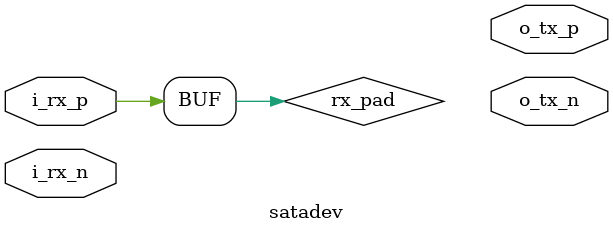
<source format=v>
module	satadev #(
	) (
		input	wire	i_rx_p, i_rx_n,
		output	wire	o_tx_p, o_tx_n
	);

	reg	devck, devock;
	wire	rx_pad, rx_valid;

	assign	rx_pad = i_rx_p;
	assign	rx_valid = (i_rx_p === 1'b1 && i_rx_n === 1'b0)
				|| (i_rx_p === 1'b0 && i_rx_n === 1'b1);

	
endmodule

</source>
